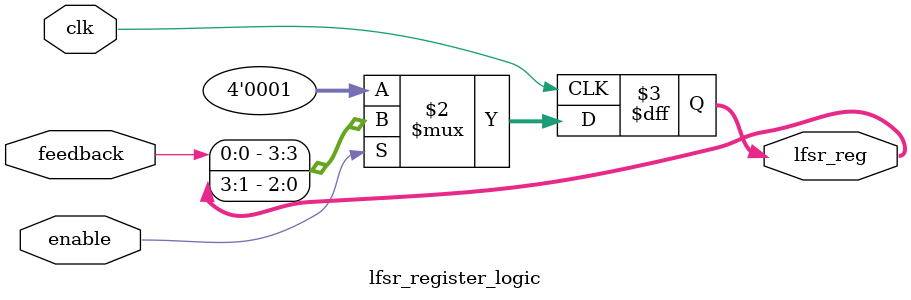
<source format=sv>
module lfsr_ring_counter (
    input  wire       clk,
    input  wire       enable,
    output wire [3:0] lfsr_reg
);
    // 内部连线
    wire feedback;
    
    // 反馈逻辑子模块实例化
    lfsr_feedback_logic u_feedback (
        .lfsr_value (lfsr_reg),
        .feedback   (feedback)
    );
    
    // 寄存器逻辑子模块实例化
    lfsr_register_logic u_register (
        .clk        (clk),
        .enable     (enable),
        .feedback   (feedback),
        .lfsr_reg   (lfsr_reg)
    );
    
endmodule

// 反馈逻辑子模块
module lfsr_feedback_logic (
    input  wire [3:0] lfsr_value,
    output wire       feedback
);
    // 简单的LFSR反馈逻辑
    assign feedback = lfsr_value[0];
    
endmodule

// 寄存器逻辑子模块
module lfsr_register_logic (
    input  wire       clk,
    input  wire       enable,
    input  wire       feedback,
    output reg  [3:0] lfsr_reg
);
    // 寄存器更新逻辑
    always @(posedge clk) begin
        lfsr_reg <= enable ? {feedback, lfsr_reg[3:1]} : 4'b0001;
    end
    
endmodule
</source>
